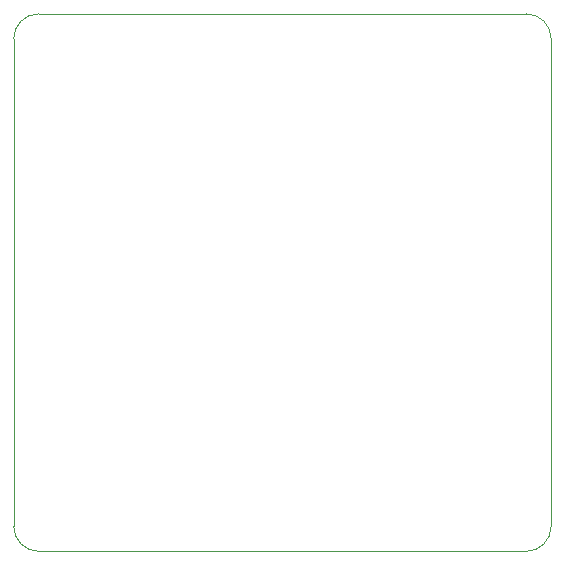
<source format=gbr>
%TF.GenerationSoftware,KiCad,Pcbnew,9.0.2+1*%
%TF.CreationDate,2025-08-01T20:38:56+01:00*%
%TF.ProjectId,PocketSat,506f636b-6574-4536-9174-2e6b69636164,rev?*%
%TF.SameCoordinates,Original*%
%TF.FileFunction,Profile,NP*%
%FSLAX46Y46*%
G04 Gerber Fmt 4.6, Leading zero omitted, Abs format (unit mm)*
G04 Created by KiCad (PCBNEW 9.0.2+1) date 2025-08-01 20:38:56*
%MOMM*%
%LPD*%
G01*
G04 APERTURE LIST*
%TA.AperFunction,Profile*%
%ADD10C,0.050000*%
%TD*%
G04 APERTURE END LIST*
D10*
X145500000Y-97900000D02*
G75*
G02*
X143400000Y-100000000I-2100000J0D01*
G01*
X102100000Y-100000000D02*
G75*
G02*
X100000000Y-97900000I0J2100000D01*
G01*
X100000000Y-56600000D02*
G75*
G02*
X102100000Y-54500000I2100000J0D01*
G01*
X145500000Y-56600000D02*
X145500000Y-97900000D01*
X143400000Y-54500000D02*
G75*
G02*
X145500000Y-56600000I0J-2100000D01*
G01*
X100000000Y-97900000D02*
X100000000Y-56600000D01*
X102100000Y-54500000D02*
X143400000Y-54500000D01*
X143400000Y-100000000D02*
X102100000Y-100000000D01*
M02*

</source>
